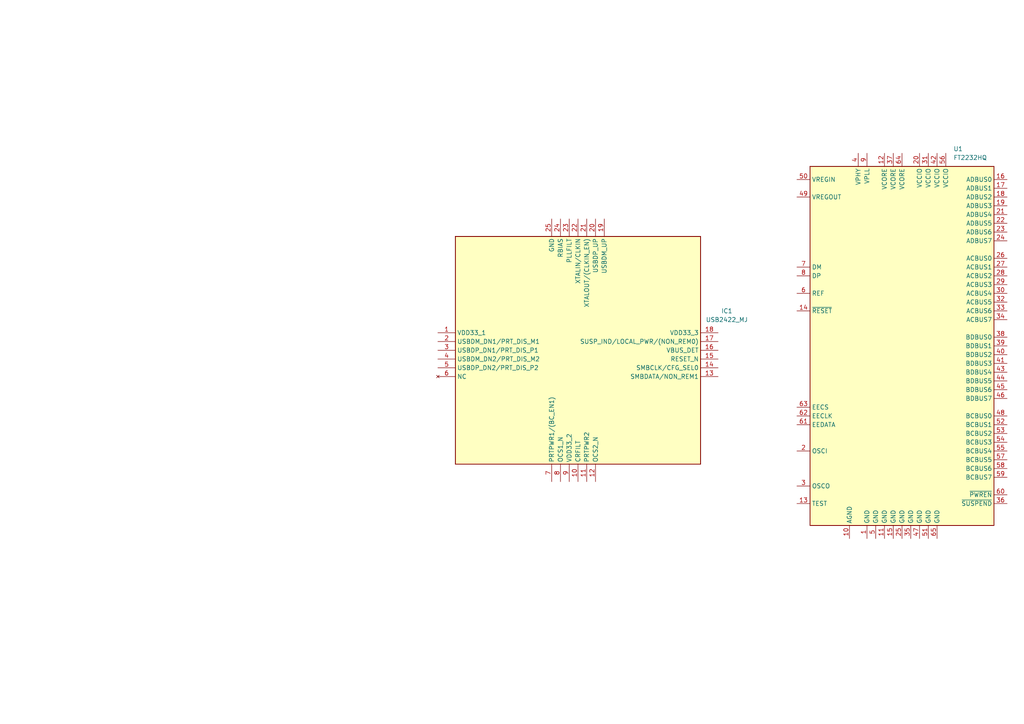
<source format=kicad_sch>
(kicad_sch (version 20231120) (generator "eeschema") (generator_version "8.0")
  (paper "A4")
  (lib_symbols
    (symbol "Interface_USB:FT2232HQ"
      (property "Reference" "U" (at -26.67 53.34 0))
      (property "Value" "FT2232HQ" (at 19.05 53.34 0))
      (symbol "FT2232HQ_0_1"
        (rectangle (start -26.67 -52.07) (end 26.67 52.07) (stroke (width 0.254)) (fill (type background)))
      )
      (symbol "FT2232HQ_1_1"
        (pin power_in line (at -10.16 -55.88 90) (length 3.81) (name "GND") (number "1"))
        (pin power_in line (at -15.24 -55.88 90) (length 3.81) (name "AGND") (number "10"))
        (pin power_in line (at -5.08 -55.88 90) (length 3.81) (name "GND") (number "11"))
        (pin power_in line (at -5.08 55.88 270) (length 3.81) (name "VCORE") (number "12"))
        (pin input line (at -30.48 -45.72 0) (length 3.81) (name "TEST") (number "13"))
        (pin input line (at -30.48 10.16 0) (length 3.81) (name "~{RESET}") (number "14"))
        (pin power_in line (at -2.54 -55.88 90) (length 3.81) (name "GND") (number "15"))
        (pin bidirectional line (at 30.48 48.26 180) (length 3.81) (name "ADBUS0") (number "16"))
        (pin bidirectional line (at 30.48 45.72 180) (length 3.81) (name "ADBUS1") (number "17"))
        (pin bidirectional line (at 30.48 43.18 180) (length 3.81) (name "ADBUS2") (number "18"))
        (pin bidirectional line (at 30.48 40.64 180) (length 3.81) (name "ADBUS3") (number "19"))
        (pin input line (at -30.48 -30.48 0) (length 3.81) (name "OSCI") (number "2"))
        (pin power_in line (at 5.08 55.88 270) (length 3.81) (name "VCCIO") (number "20"))
        (pin bidirectional line (at 30.48 38.1 180) (length 3.81) (name "ADBUS4") (number "21"))
        (pin bidirectional line (at 30.48 35.56 180) (length 3.81) (name "ADBUS5") (number "22"))
        (pin bidirectional line (at 30.48 33.02 180) (length 3.81) (name "ADBUS6") (number "23"))
        (pin bidirectional line (at 30.48 30.48 180) (length 3.81) (name "ADBUS7") (number "24"))
        (pin power_in line (at 0 -55.88 90) (length 3.81) (name "GND") (number "25"))
        (pin bidirectional line (at 30.48 25.4 180) (length 3.81) (name "ACBUS0") (number "26"))
        (pin bidirectional line (at 30.48 22.86 180) (length 3.81) (name "ACBUS1") (number "27"))
        (pin bidirectional line (at 30.48 20.32 180) (length 3.81) (name "ACBUS2") (number "28"))
        (pin bidirectional line (at 30.48 17.78 180) (length 3.81) (name "ACBUS3") (number "29"))
        (pin output line (at -30.48 -40.64 0) (length 3.81) (name "OSCO") (number "3"))
        (pin bidirectional line (at 30.48 15.24 180) (length 3.81) (name "ACBUS4") (number "30"))
        (pin power_in line (at 7.62 55.88 270) (length 3.81) (name "VCCIO") (number "31"))
        (pin bidirectional line (at 30.48 12.7 180) (length 3.81) (name "ACBUS5") (number "32"))
        (pin bidirectional line (at 30.48 10.16 180) (length 3.81) (name "ACBUS6") (number "33"))
        (pin bidirectional line (at 30.48 7.62 180) (length 3.81) (name "ACBUS7") (number "34"))
        (pin power_in line (at 2.54 -55.88 90) (length 3.81) (name "GND") (number "35"))
        (pin output line (at 30.48 -45.72 180) (length 3.81) (name "~{SUSPEND}") (number "36"))
        (pin power_in line (at -2.54 55.88 270) (length 3.81) (name "VCORE") (number "37"))
        (pin bidirectional line (at 30.48 2.54 180) (length 3.81) (name "BDBUS0") (number "38"))
        (pin bidirectional line (at 30.48 0 180) (length 3.81) (name "BDBUS1") (number "39"))
        (pin power_in line (at -12.7 55.88 270) (length 3.81) (name "VPHY") (number "4"))
        (pin bidirectional line (at 30.48 -2.54 180) (length 3.81) (name "BDBUS2") (number "40"))
        (pin bidirectional line (at 30.48 -5.08 180) (length 3.81) (name "BDBUS3") (number "41"))
        (pin power_in line (at 10.16 55.88 270) (length 3.81) (name "VCCIO") (number "42"))
        (pin bidirectional line (at 30.48 -7.62 180) (length 3.81) (name "BDBUS4") (number "43"))
        (pin bidirectional line (at 30.48 -10.16 180) (length 3.81) (name "BDBUS5") (number "44"))
        (pin bidirectional line (at 30.48 -12.7 180) (length 3.81) (name "BDBUS6") (number "45"))
        (pin bidirectional line (at 30.48 -15.24 180) (length 3.81) (name "BDBUS7") (number "46"))
        (pin power_in line (at 5.08 -55.88 90) (length 3.81) (name "GND") (number "47"))
        (pin bidirectional line (at 30.48 -20.32 180) (length 3.81) (name "BCBUS0") (number "48"))
        (pin power_out line (at -30.48 43.18 0) (length 3.81) (name "VREGOUT") (number "49"))
        (pin power_in line (at -7.62 -55.88 90) (length 3.81) (name "GND") (number "5"))
        (pin power_in line (at -30.48 48.26 0) (length 3.81) (name "VREGIN") (number "50"))
        (pin power_in line (at 7.62 -55.88 90) (length 3.81) (name "GND") (number "51"))
        (pin bidirectional line (at 30.48 -22.86 180) (length 3.81) (name "BCBUS1") (number "52"))
        (pin bidirectional line (at 30.48 -25.4 180) (length 3.81) (name "BCBUS2") (number "53"))
        (pin bidirectional line (at 30.48 -27.94 180) (length 3.81) (name "BCBUS3") (number "54"))
        (pin bidirectional line (at 30.48 -30.48 180) (length 3.81) (name "BCBUS4") (number "55"))
        (pin power_in line (at 12.7 55.88 270) (length 3.81) (name "VCCIO") (number "56"))
        (pin bidirectional line (at 30.48 -33.02 180) (length 3.81) (name "BCBUS5") (number "57"))
        (pin bidirectional line (at 30.48 -35.56 180) (length 3.81) (name "BCBUS6") (number "58"))
        (pin bidirectional line (at 30.48 -38.1 180) (length 3.81) (name "BCBUS7") (number "59"))
        (pin output line (at -30.48 15.24 0) (length 3.81) (name "REF") (number "6"))
        (pin output line (at 30.48 -43.18 180) (length 3.81) (name "~{PWREN}") (number "60"))
        (pin bidirectional line (at -30.48 -22.86 0) (length 3.81) (name "EEDATA") (number "61"))
        (pin output line (at -30.48 -20.32 0) (length 3.81) (name "EECLK") (number "62"))
        (pin output line (at -30.48 -17.78 0) (length 3.81) (name "EECS") (number "63"))
        (pin power_in line (at 0 55.88 270) (length 3.81) (name "VCORE") (number "64"))
        (pin power_in line (at 10.16 -55.88 90) (length 3.81) (name "GND") (number "65"))
        (pin bidirectional line (at -30.48 22.86 0) (length 3.81) (name "DM") (number "7"))
        (pin bidirectional line (at -30.48 20.32 0) (length 3.81) (name "DP") (number "8"))
        (pin input line (at -10.16 55.88 270) (length 3.81) (name "VPLL") (number "9"))
      )
    )
    (symbol "SamacSys_Parts:USB2422_MJ"
      (property "Reference" "IC" (at 77.47 33.02 0))
      (property "Value" "USB2422_MJ" (at 77.47 30.48 0))
      (symbol "USB2422_MJ_1_1"
        (rectangle (start 5.08 27.94) (end 76.2 -38.1) (stroke (width 0.254)) (fill (type background)))
        (pin passive line (at 0 0 0) (length 5.08) (name "VDD33_1") (number "1"))
        (pin passive line (at 40.64 -43.18 90) (length 5.08) (name "CRFILT") (number "10"))
        (pin passive line (at 43.18 -43.18 90) (length 5.08) (name "PRTPWR2") (number "11"))
        (pin passive line (at 45.72 -43.18 90) (length 5.08) (name "OCS2_N") (number "12"))
        (pin passive line (at 81.28 -12.7 180) (length 5.08) (name "SMBDATA/NON_REM1") (number "13"))
        (pin passive line (at 81.28 -10.16 180) (length 5.08) (name "SMBCLK/CFG_SEL0") (number "14"))
        (pin passive line (at 81.28 -7.62 180) (length 5.08) (name "RESET_N") (number "15"))
        (pin passive line (at 81.28 -5.08 180) (length 5.08) (name "VBUS_DET") (number "16"))
        (pin passive line (at 81.28 -2.54 180) (length 5.08) (name "SUSP_IND/LOCAL_PWR/(NON_REM0)") (number "17"))
        (pin passive line (at 81.28 0 180) (length 5.08) (name "VDD33_3") (number "18"))
        (pin passive line (at 48.26 33.02 270) (length 5.08) (name "USBDM_UP") (number "19"))
        (pin passive line (at 0 -2.54 0) (length 5.08) (name "USBDM_DN1/PRT_DIS_M1") (number "2"))
        (pin passive line (at 45.72 33.02 270) (length 5.08) (name "USBDP_UP") (number "20"))
        (pin passive line (at 43.18 33.02 270) (length 5.08) (name "XTALOUT/(CLKIN_EN)") (number "21"))
        (pin passive line (at 40.64 33.02 270) (length 5.08) (name "XTALIN/CLKIN") (number "22"))
        (pin passive line (at 38.1 33.02 270) (length 5.08) (name "PLLFILT") (number "23"))
        (pin passive line (at 35.56 33.02 270) (length 5.08) (name "RBIAS") (number "24"))
        (pin passive line (at 33.02 33.02 270) (length 5.08) (name "GND") (number "25"))
        (pin passive line (at 0 -5.08 0) (length 5.08) (name "USBDP_DN1/PRT_DIS_P1") (number "3"))
        (pin passive line (at 0 -7.62 0) (length 5.08) (name "USBDM_DN2/PRT_DIS_M2") (number "4"))
        (pin passive line (at 0 -10.16 0) (length 5.08) (name "USBDP_DN2/PRT_DIS_P2") (number "5"))
        (pin no_connect line (at 0 -12.7 0) (length 5.08) (name "NC") (number "6"))
        (pin passive line (at 33.02 -43.18 90) (length 5.08) (name "PRTPWR1/(BC_EN1)") (number "7"))
        (pin passive line (at 35.56 -43.18 90) (length 5.08) (name "OCS1_N") (number "8"))
        (pin passive line (at 38.1 -43.18 90) (length 5.08) (name "VDD33_2") (number "9"))
      )
    )
  )
  (symbol (lib_id "SamacSys_Parts:USB2422_MJ") (at 127 96.52 0) (unit 1)
    (property "Reference" "IC1" (at 210.82 90.2014 0))
    (property "Value" "USB2422_MJ" (at 210.82 92.7414 0))
    (property "Footprint" "QFN50P400X400X100-25N-D" (effects (hide yes)))
    (property "Datasheet" "http://ww1.microchip.com/downloads/en/devicedoc/00001726b.pdf" (effects (hide yes)))
    (property "Description" "Low Pin Count 2-Port USB 2.0 Hi-Speed Hu" (effects (hide yes)))
    (property "Height" "1" (effects (hide yes)))
    (property "Manufacturer_Name" "Microchip" (effects (hide yes)))
    (property "Manufacturer_Part_Number" "USB2422/MJ" (effects (hide yes)))
    (property "Arrow Part Number" "USB2422/MJ" (effects (hide yes)))
    (property "Arrow Price/Stock" "https://www.arrow.com/en/products/usb2422mj/microchip-technology?utm_currency=USD&region=europe" (effects (hide yes)))
  )
  (symbol (lib_id "Interface_USB:FT2232HQ") (at 261.62 100.33 0) (unit 1)
    (property "Reference" "U1" (at 276.5141 43.18 0) (effects (justify left)))
    (property "Value" "FT2232HQ" (at 276.5141 45.72 0) (effects (justify left)))
    (property "Footprint" "Package_DFN_QFN:QFN-64-1EP_9x9mm_P0.5mm_EP4.35x4.35mm" (effects (hide yes)))
    (property "Datasheet" "https://www.ftdichip.com/Support/Documents/DataSheets/ICs/DS_FT2232H.pdf" (effects (hide yes)))
    (property "Description" "Hi Speed Double Channel USB UART/FIFO, QFN-64" (effects (hide yes)))
  )
)
</source>
